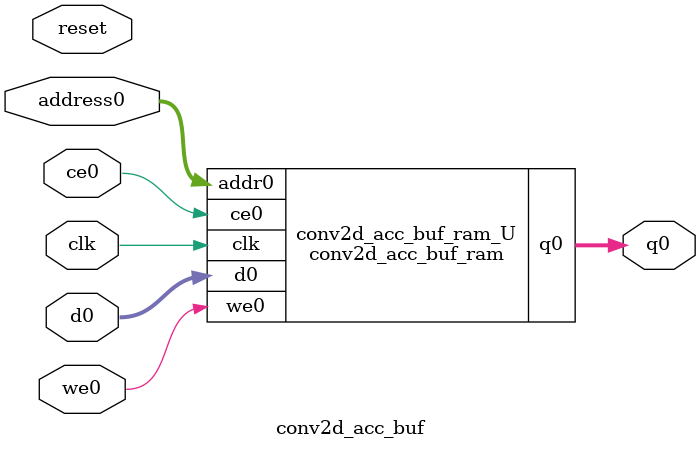
<source format=v>
`timescale 1 ns / 1 ps
module conv2d_acc_buf_ram (addr0, ce0, d0, we0, q0,  clk);

parameter DWIDTH = 32;
parameter AWIDTH = 10;
parameter MEM_SIZE = 784;

input[AWIDTH-1:0] addr0;
input ce0;
input[DWIDTH-1:0] d0;
input we0;
output reg[DWIDTH-1:0] q0;
input clk;

(* ram_style = "block" *)reg [DWIDTH-1:0] ram[0:MEM_SIZE-1];




always @(posedge clk)  
begin 
    if (ce0) 
    begin
        if (we0) 
        begin 
            ram[addr0] <= d0; 
        end 
        q0 <= ram[addr0];
    end
end


endmodule

`timescale 1 ns / 1 ps
module conv2d_acc_buf(
    reset,
    clk,
    address0,
    ce0,
    we0,
    d0,
    q0);

parameter DataWidth = 32'd32;
parameter AddressRange = 32'd784;
parameter AddressWidth = 32'd10;
input reset;
input clk;
input[AddressWidth - 1:0] address0;
input ce0;
input we0;
input[DataWidth - 1:0] d0;
output[DataWidth - 1:0] q0;



conv2d_acc_buf_ram conv2d_acc_buf_ram_U(
    .clk( clk ),
    .addr0( address0 ),
    .ce0( ce0 ),
    .we0( we0 ),
    .d0( d0 ),
    .q0( q0 ));

endmodule


</source>
